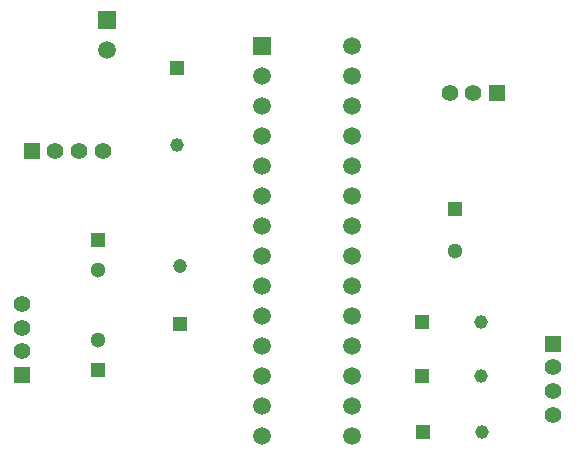
<source format=gbr>
G04*
G04 #@! TF.GenerationSoftware,Altium Limited,Altium Designer,22.4.2 (48)*
G04*
G04 Layer_Color=255*
%FSLAX44Y44*%
%MOMM*%
G71*
G04*
G04 #@! TF.SameCoordinates,526C220A-A096-4E3C-8F2C-01EC2D9484EB*
G04*
G04*
G04 #@! TF.FilePolarity,Positive*
G04*
G01*
G75*
%ADD15C,1.3900*%
%ADD16R,1.3900X1.3900*%
%ADD17C,1.3000*%
%ADD18R,1.3000X1.3000*%
%ADD24R,1.1500X1.1500*%
%ADD25C,1.1500*%
%ADD28R,1.1500X1.1500*%
%ADD29R,1.3900X1.3900*%
%ADD32R,1.5000X1.5000*%
%ADD33C,1.5000*%
%ADD34C,1.2000*%
%ADD35R,1.2000X1.2000*%
%ADD36R,1.5000X1.5000*%
D15*
X53250Y185000D02*
D03*
Y165000D02*
D03*
Y145000D02*
D03*
X502990Y91320D02*
D03*
Y111320D02*
D03*
Y131320D02*
D03*
X121510Y314200D02*
D03*
X101510D02*
D03*
X81510D02*
D03*
X415360Y363730D02*
D03*
X435360D02*
D03*
D16*
X53250Y125000D02*
D03*
X502990Y151320D02*
D03*
D17*
X420000Y230000D02*
D03*
X117750Y154700D02*
D03*
X118000Y213800D02*
D03*
D18*
X420000Y265000D02*
D03*
X117750Y129300D02*
D03*
X118000Y239200D02*
D03*
D24*
X392750Y76250D02*
D03*
X392250Y169500D02*
D03*
Y124000D02*
D03*
D25*
X442750Y76250D02*
D03*
X184220Y319500D02*
D03*
X442250Y169500D02*
D03*
Y124000D02*
D03*
D28*
X184220Y385100D02*
D03*
D29*
X61510Y314200D02*
D03*
X455360Y363730D02*
D03*
D32*
X125000Y425400D02*
D03*
D33*
Y400000D02*
D03*
X256610Y377700D02*
D03*
Y352300D02*
D03*
Y326900D02*
D03*
Y301500D02*
D03*
Y276100D02*
D03*
Y250700D02*
D03*
Y225300D02*
D03*
Y199900D02*
D03*
Y174500D02*
D03*
Y149100D02*
D03*
Y123700D02*
D03*
Y98300D02*
D03*
Y72900D02*
D03*
X332810Y403100D02*
D03*
Y377700D02*
D03*
Y352300D02*
D03*
Y326900D02*
D03*
Y301500D02*
D03*
Y276100D02*
D03*
Y250700D02*
D03*
Y225300D02*
D03*
Y199900D02*
D03*
Y174500D02*
D03*
Y149100D02*
D03*
Y123700D02*
D03*
Y98300D02*
D03*
Y72900D02*
D03*
D34*
X186760Y216680D02*
D03*
D35*
Y167880D02*
D03*
D36*
X256610Y403100D02*
D03*
M02*

</source>
